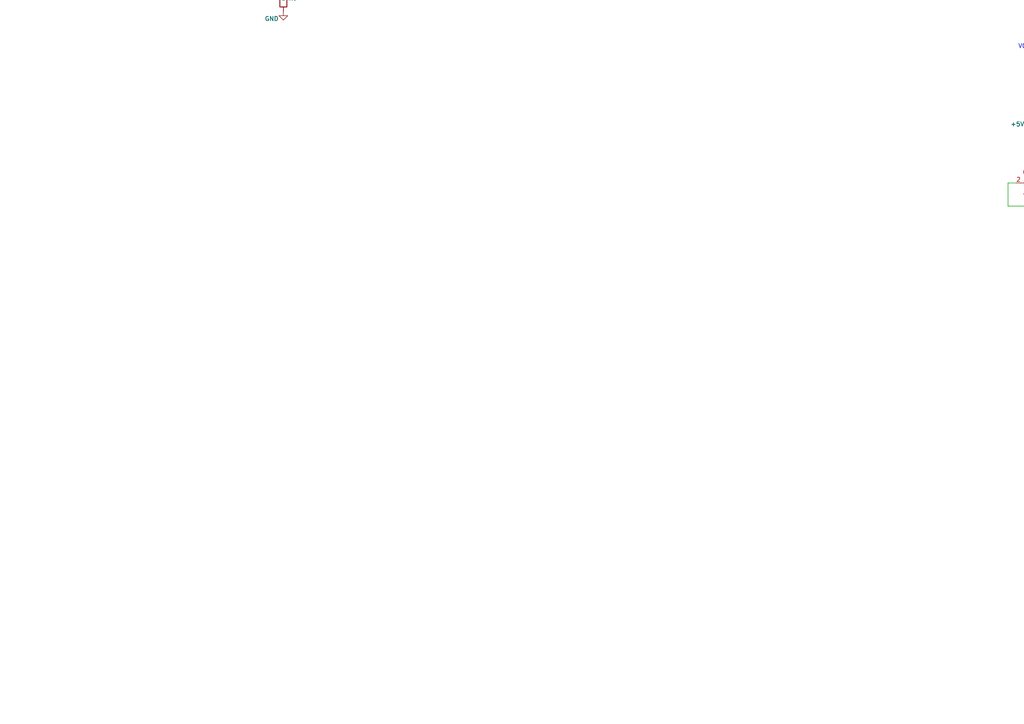
<source format=kicad_sch>
(kicad_sch (version 20211123) (generator eeschema)
  (paper "A4")
  (lib_symbols
    (symbol "Amplifier_Operational:LM358" (pin_names (offset 0.127))
      (property "Reference" "U" (at 0 5.08 0))
      (property "Value" "LM358" (at 0 -5.08 0))
      (symbol "LM358_1_1"
        (polyline (pts (xy -5.08 5.08) (xy 5.08 0) (xy -5.08 -5.08) (xy -5.08 5.08)) (stroke (width 0.254)) (fill (type background)))
        (pin output line (at 7.62 0 180) (length 2.54) (name "~") (number "1"))
        (pin input line (at -7.62 -2.54 0) (length 2.54) (name "-") (number "2"))
        (pin input line (at -7.62 2.54 0) (length 2.54) (name "+") (number "3"))
      )
      (symbol "LM358_2_1"
        (polyline (pts (xy -5.08 5.08) (xy 5.08 0) (xy -5.08 -5.08) (xy -5.08 5.08)) (stroke (width 0.254)) (fill (type background)))
        (pin input line (at -7.62 2.54 0) (length 2.54) (name "+") (number "5"))
        (pin input line (at -7.62 -2.54 0) (length 2.54) (name "-") (number "6"))
        (pin output line (at 7.62 0 180) (length 2.54) (name "~") (number "7"))
      )
      (symbol "LM358_3_1"
        (pin power_in line (at -2.54 -7.62 90) (length 3.81) (name "V-") (number "4"))
        (pin power_in line (at -2.54 7.62 270) (length 3.81) (name "V+") (number "8"))
      )
    )
    (symbol "Amplifier_Operational:OPA365xxD" (pin_names (offset 0.127))
      (property "Reference" "U" (at 0 6.35 0))
      (property "Value" "OPA365xxD" (at 0 3.81 0))
      (symbol "OPA365xxD_0_1"
        (polyline (pts (xy -5.08 5.08) (xy 5.08 0) (xy -5.08 -5.08) (xy -5.08 5.08)) (stroke (width 0.254)) (fill (type background)))
      )
      (symbol "OPA365xxD_1_1"
        (pin no_connect line (at -2.54 2.54 270) (length 2.54) hide (name "NC") (number "1"))
        (pin input line (at -7.62 -2.54 0) (length 2.54) (name "-") (number "2"))
        (pin input line (at -7.62 2.54 0) (length 2.54) (name "+") (number "3"))
        (pin power_in line (at -2.54 -7.62 90) (length 3.81) (name "V-") (number "4"))
        (pin no_connect line (at 0 2.54 270) (length 2.54) hide (name "NC") (number "5"))
        (pin output line (at 7.62 0 180) (length 2.54) (name "~") (number "6"))
        (pin power_in line (at -2.54 7.62 270) (length 3.81) (name "V+") (number "7"))
        (pin no_connect line (at 0 -2.54 90) (length 2.54) hide (name "NC") (number "8"))
      )
    )
    (symbol "Connector:Conn_01x04_Male" (pin_names (offset 1.016) hide)
      (property "Reference" "J" (at 0 5.08 0))
      (property "Value" "Conn_01x04_Male" (at 0 -7.62 0))
      (symbol "Conn_01x04_Male_1_1"
        (polyline (pts (xy 1.27 -5.08) (xy 0.8636 -5.08)) (stroke (width 0.1524)))
        (polyline (pts (xy 1.27 -2.54) (xy 0.8636 -2.54)) (stroke (width 0.1524)))
        (polyline (pts (xy 1.27 0) (xy 0.8636 0)) (stroke (width 0.1524)))
        (polyline (pts (xy 1.27 2.54) (xy 0.8636 2.54)) (stroke (width 0.1524)))
        (rectangle (start 0.8636 -4.953) (end 0 -5.207) (stroke (width 0.1524)) (fill (type outline)))
        (rectangle (start 0.8636 -2.413) (end 0 -2.667) (stroke (width 0.1524)) (fill (type outline)))
        (rectangle (start 0.8636 0.127) (end 0 -0.127) (stroke (width 0.1524)) (fill (type outline)))
        (rectangle (start 0.8636 2.667) (end 0 2.413) (stroke (width 0.1524)) (fill (type outline)))
        (pin passive line (at 5.08 2.54 180) (length 3.81) (name "Pin_1") (number "1"))
        (pin passive line (at 5.08 0 180) (length 3.81) (name "Pin_2") (number "2"))
        (pin passive line (at 5.08 -2.54 180) (length 3.81) (name "Pin_3") (number "3"))
        (pin passive line (at 5.08 -5.08 180) (length 3.81) (name "Pin_4") (number "4"))
      )
    )
    (symbol "Connector:Conn_01x08_Male" (pin_names (offset 1.016) hide)
      (property "Reference" "J" (at 0 10.16 0))
      (property "Value" "Conn_01x08_Male" (at 0 -12.7 0))
      (symbol "Conn_01x08_Male_1_1"
        (polyline (pts (xy 1.27 -10.16) (xy 0.8636 -10.16)) (stroke (width 0.1524)))
        (polyline (pts (xy 1.27 -7.62) (xy 0.8636 -7.62)) (stroke (width 0.1524)))
        (polyline (pts (xy 1.27 -5.08) (xy 0.8636 -5.08)) (stroke (width 0.1524)))
        (polyline (pts (xy 1.27 -2.54) (xy 0.8636 -2.54)) (stroke (width 0.1524)))
        (polyline (pts (xy 1.27 0) (xy 0.8636 0)) (stroke (width 0.1524)))
        (polyline (pts (xy 1.27 2.54) (xy 0.8636 2.54)) (stroke (width 0.1524)))
        (polyline (pts (xy 1.27 5.08) (xy 0.8636 5.08)) (stroke (width 0.1524)))
        (polyline (pts (xy 1.27 7.62) (xy 0.8636 7.62)) (stroke (width 0.1524)))
        (rectangle (start 0.8636 -10.033) (end 0 -10.287) (stroke (width 0.1524)) (fill (type outline)))
        (rectangle (start 0.8636 -7.493) (end 0 -7.747) (stroke (width 0.1524)) (fill (type outline)))
        (rectangle (start 0.8636 -4.953) (end 0 -5.207) (stroke (width 0.1524)) (fill (type outline)))
        (rectangle (start 0.8636 -2.413) (end 0 -2.667) (stroke (width 0.1524)) (fill (type outline)))
        (rectangle (start 0.8636 0.127) (end 0 -0.127) (stroke (width 0.1524)) (fill (type outline)))
        (rectangle (start 0.8636 2.667) (end 0 2.413) (stroke (width 0.1524)) (fill (type outline)))
        (rectangle (start 0.8636 5.207) (end 0 4.953) (stroke (width 0.1524)) (fill (type outline)))
        (rectangle (start 0.8636 7.747) (end 0 7.493) (stroke (width 0.1524)) (fill (type outline)))
        (pin passive line (at 5.08 7.62 180) (length 3.81) (name "Pin_1") (number "1"))
        (pin passive line (at 5.08 5.08 180) (length 3.81) (name "Pin_2") (number "2"))
        (pin passive line (at 5.08 2.54 180) (length 3.81) (name "Pin_3") (number "3"))
        (pin passive line (at 5.08 0 180) (length 3.81) (name "Pin_4") (number "4"))
        (pin passive line (at 5.08 -2.54 180) (length 3.81) (name "Pin_5") (number "5"))
        (pin passive line (at 5.08 -5.08 180) (length 3.81) (name "Pin_6") (number "6"))
        (pin passive line (at 5.08 -7.62 180) (length 3.81) (name "Pin_7") (number "7"))
        (pin passive line (at 5.08 -10.16 180) (length 3.81) (name "Pin_8") (number "8"))
      )
    )
    (symbol "Connector:Conn_01x12_Male" (pin_names (offset 1.016) hide)
      (property "Reference" "J" (at 0 15.24 0))
      (property "Value" "Conn_01x12_Male" (at 0 -17.78 0))
      (symbol "Conn_01x12_Male_1_1"
        (polyline (pts (xy 1.27 -15.24) (xy 0.8636 -15.24)) (stroke (width 0.1524)))
        (polyline (pts (xy 1.27 -12.7) (xy 0.8636 -12.7)) (stroke (width 0.1524)))
        (polyline (pts (xy 1.27 -10.16) (xy 0.8636 -10.16)) (stroke (width 0.1524)))
        (polyline (pts (xy 1.27 -7.62) (xy 0.8636 -7.62)) (stroke (width 0.1524)))
        (polyline (pts (xy 1.27 -5.08) (xy 0.8636 -5.08)) (stroke (width 0.1524)))
        (polyline (pts (xy 1.27 -2.54) (xy 0.8636 -2.54)) (stroke (width 0.1524)))
        (polyline (pts (xy 1.27 0) (xy 0.8636 0)) (stroke (width 0.1524)))
        (polyline (pts (xy 1.27 2.54) (xy 0.8636 2.54)) (stroke (width 0.1524)))
        (polyline (pts (xy 1.27 5.08) (xy 0.8636 5.08)) (stroke (width 0.1524)))
        (polyline (pts (xy 1.27 7.62) (xy 0.8636 7.62)) (stroke (width 0.1524)))
        (polyline (pts (xy 1.27 10.16) (xy 0.8636 10.16)) (stroke (width 0.1524)))
        (polyline (pts (xy 1.27 12.7) (xy 0.8636 12.7)) (stroke (width 0.1524)))
        (rectangle (start 0.8636 -15.113) (end 0 -15.367) (stroke (width 0.1524)) (fill (type outline)))
        (rectangle (start 0.8636 -12.573) (end 0 -12.827) (stroke (width 0.1524)) (fill (type outline)))
        (rectangle (start 0.8636 -10.033) (end 0 -10.287) (stroke (width 0.1524)) (fill (type outline)))
        (rectangle (start 0.8636 -7.493) (end 0 -7.747) (stroke (width 0.1524)) (fill (type outline)))
        (rectangle (start 0.8636 -4.953) (end 0 -5.207) (stroke (width 0.1524)) (fill (type outline)))
        (rectangle (start 0.8636 -2.413) (end 0 -2.667) (stroke (width 0.1524)) (fill (type outline)))
        (rectangle (start 0.8636 0.127) (end 0 -0.127) (stroke (width 0.1524)) (fill (type outline)))
        (rectangle (start 0.8636 2.667) (end 0 2.413) (stroke (width 0.1524)) (fill (type outline)))
        (rectangle (start 0.8636 5.207) (end 0 4.953) (stroke (width 0.1524)) (fill (type outline)))
        (rectangle (start 0.8636 7.747) (end 0 7.493) (stroke (width 0.1524)) (fill (type outline)))
        (rectangle (start 0.8636 10.287) (end 0 10.033) (stroke (width 0.1524)) (fill (type outline)))
        (rectangle (start 0.8636 12.827) (end 0 12.573) (stroke (width 0.1524)) (fill (type outline)))
        (pin passive line (at 5.08 12.7 180) (length 3.81) (name "Pin_1") (number "1"))
        (pin passive line (at 5.08 -10.16 180) (length 3.81) (name "Pin_10") (number "10"))
        (pin passive line (at 5.08 -12.7 180) (length 3.81) (name "Pin_11") (number "11"))
        (pin passive line (at 5.08 -15.24 180) (length 3.81) (name "Pin_12") (number "12"))
        (pin passive line (at 5.08 10.16 180) (length 3.81) (name "Pin_2") (number "2"))
        (pin passive line (at 5.08 7.62 180) (length 3.81) (name "Pin_3") (number "3"))
        (pin passive line (at 5.08 5.08 180) (length 3.81) (name "Pin_4") (number "4"))
        (pin passive line (at 5.08 2.54 180) (length 3.81) (name "Pin_5") (number "5"))
        (pin passive line (at 5.08 0 180) (length 3.81) (name "Pin_6") (number "6"))
        (pin passive line (at 5.08 -2.54 180) (length 3.81) (name "Pin_7") (number "7"))
        (pin passive line (at 5.08 -5.08 180) (length 3.81) (name "Pin_8") (number "8"))
        (pin passive line (at 5.08 -7.62 180) (length 3.81) (name "Pin_9") (number "9"))
      )
    )
    (symbol "Connector:Screw_Terminal_01x02" (pin_names (offset 1.016) hide)
      (property "Reference" "J" (at 0 2.54 0))
      (property "Value" "Screw_Terminal_01x02" (at 0 -5.08 0))
      (symbol "Screw_Terminal_01x02_1_1"
        (rectangle (start -1.27 1.27) (end 1.27 -3.81) (stroke (width 0.254)) (fill (type background)))
        (circle (center 0 -2.54) (radius 0.635) (stroke (width 0.1524)))
        (polyline (pts (xy -0.5334 -2.2098) (xy 0.3302 -3.048)) (stroke (width 0.1524)))
        (polyline (pts (xy -0.5334 0.3302) (xy 0.3302 -0.508)) (stroke (width 0.1524)))
        (polyline (pts (xy -0.3556 -2.032) (xy 0.508 -2.8702)) (stroke (width 0.1524)))
        (polyline (pts (xy -0.3556 0.508) (xy 0.508 -0.3302)) (stroke (width 0.1524)))
        (circle (center 0 0) (radius 0.635) (stroke (width 0.1524)))
        (pin passive line (at -5.08 0 0) (length 3.81) (name "Pin_1") (number "1"))
        (pin passive line (at -5.08 -2.54 0) (length 3.81) (name "Pin_2") (number "2"))
      )
    )
    (symbol "Connector:Screw_Terminal_01x04" (pin_names (offset 1.016) hide)
      (property "Reference" "J" (at 0 5.08 0))
      (property "Value" "Screw_Terminal_01x04" (at 0 -7.62 0))
      (symbol "Screw_Terminal_01x04_1_1"
        (rectangle (start -1.27 3.81) (end 1.27 -6.35) (stroke (width 0.254)) (fill (type background)))
        (circle (center 0 -5.08) (radius 0.635) (stroke (width 0.1524)))
        (circle (center 0 -2.54) (radius 0.635) (stroke (width 0.1524)))
        (polyline (pts (xy -0.5334 -4.7498) (xy 0.3302 -5.588)) (stroke (width 0.1524)))
        (polyline (pts (xy -0.5334 -2.2098) (xy 0.3302 -3.048)) (stroke (width 0.1524)))
        (polyline (pts (xy -0.5334 0.3302) (xy 0.3302 -0.508)) (stroke (width 0.1524)))
        (polyline (pts (xy -0.5334 2.8702) (xy 0.3302 2.032)) (stroke (width 0.1524)))
        (polyline (pts (xy -0.3556 -4.572) (xy 0.508 -5.4102)) (stroke (width 0.1524)))
        (polyline (pts (xy -0.3556 -2.032) (xy 0.508 -2.8702)) (stroke (width 0.1524)))
        (polyline (pts (xy -0.3556 0.508) (xy 0.508 -0.3302)) (stroke (width 0.1524)))
        (polyline (pts (xy -0.3556 3.048) (xy 0.508 2.2098)) (stroke (width 0.1524)))
        (circle (center 0 0) (radius 0.635) (stroke (width 0.1524)))
        (circle (center 0 2.54) (radius 0.635) (stroke (width 0.1524)))
        (pin passive line (at -5.08 2.54 0) (length 3.81) (name "Pin_1") (number "1"))
        (pin passive line (at -5.08 0 0) (length 3.81) (name "Pin_2") (number "2"))
        (pin passive line (at -5.08 -2.54 0) (length 3.81) (name "Pin_3") (number "3"))
        (pin passive line (at -5.08 -5.08 0) (length 3.81) (name "Pin_4") (number "4"))
      )
    )
    (symbol "Connector:Screw_Terminal_01x05" (pin_names (offset 1.016) hide)
      (property "Reference" "J" (at 0 7.62 0))
      (property "Value" "Screw_Terminal_01x05" (at 0 -7.62 0))
      (symbol "Screw_Terminal_01x05_1_1"
        (rectangle (start -1.27 6.35) (end 1.27 -6.35) (stroke (width 0.254)) (fill (type background)))
        (circle (center 0 -5.08) (radius 0.635) (stroke (width 0.1524)))
        (circle (center 0 -2.54) (radius 0.635) (stroke (width 0.1524)))
        (polyline (pts (xy -0.5334 -4.7498) (xy 0.3302 -5.588)) (stroke (width 0.1524)))
        (polyline (pts (xy -0.5334 -2.2098) (xy 0.3302 -3.048)) (stroke (width 0.1524)))
        (polyline (pts (xy -0.5334 0.3302) (xy 0.3302 -0.508)) (stroke (width 0.1524)))
        (polyline (pts (xy -0.5334 2.8702) (xy 0.3302 2.032)) (stroke (width 0.1524)))
        (polyline (pts (xy -0.5334 5.4102) (xy 0.3302 4.572)) (stroke (width 0.1524)))
        (polyline (pts (xy -0.3556 -4.572) (xy 0.508 -5.4102)) (stroke (width 0.1524)))
        (polyline (pts (xy -0.3556 -2.032) (xy 0.508 -2.8702)) (stroke (width 0.1524)))
        (polyline (pts (xy -0.3556 0.508) (xy 0.508 -0.3302)) (stroke (width 0.1524)))
        (polyline (pts (xy -0.3556 3.048) (xy 0.508 2.2098)) (stroke (width 0.1524)))
        (polyline (pts (xy -0.3556 5.588) (xy 0.508 4.7498)) (stroke (width 0.1524)))
        (circle (center 0 0) (radius 0.635) (stroke (width 0.1524)))
        (circle (center 0 2.54) (radius 0.635) (stroke (width 0.1524)))
        (circle (center 0 5.08) (radius 0.635) (stroke (width 0.1524)))
        (pin passive line (at -5.08 5.08 0) (length 3.81) (name "Pin_1") (number "1"))
        (pin passive line (at -5.08 2.54 0) (length 3.81) (name "Pin_2") (number "2"))
        (pin passive line (at -5.08 0 0) (length 3.81) (name "Pin_3") (number "3"))
        (pin passive line (at -5.08 -2.54 0) (length 3.81) (name "Pin_4") (number "4"))
        (pin passive line (at -5.08 -5.08 0) (length 3.81) (name "Pin_5") (number "5"))
      )
    )
    (symbol "Connector:Screw_Terminal_01x09" (pin_names (offset 1.016) hide)
      (property "Reference" "J" (at 0 12.7 0))
      (property "Value" "Screw_Terminal_01x09" (at 0 -12.7 0))
      (symbol "Screw_Terminal_01x09_1_1"
        (rectangle (start -1.27 11.43) (end 1.27 -11.43) (stroke (width 0.254)) (fill (type background)))
        (circle (center 0 -10.16) (radius 0.635) (stroke (width 0.1524)))
        (circle (center 0 -7.62) (radius 0.635) (stroke (width 0.1524)))
        (circle (center 0 -5.08) (radius 0.635) (stroke (width 0.1524)))
        (circle (center 0 -2.54) (radius 0.635) (stroke (width 0.1524)))
        (polyline (pts (xy -0.5334 -9.8298) (xy 0.3302 -10.668)) (stroke (width 0.1524)))
        (polyline (pts (xy -0.5334 -7.2898) (xy 0.3302 -8.128)) (stroke (width 0.1524)))
        (polyline (pts (xy -0.5334 -4.7498) (xy 0.3302 -5.588)) (stroke (width 0.1524)))
        (polyline (pts (xy -0.5334 -2.2098) (xy 0.3302 -3.048)) (stroke (width 0.1524)))
        (polyline (pts (xy -0.5334 0.3302) (xy 0.3302 -0.508)) (stroke (width 0.1524)))
        (polyline (pts (xy -0.5334 2.8702) (xy 0.3302 2.032)) (stroke (width 0.1524)))
        (polyline (pts (xy -0.5334 5.4102) (xy 0.3302 4.572)) (stroke (width 0.1524)))
        (polyline (pts (xy -0.5334 7.9502) (xy 0.3302 7.112)) (stroke (width 0.1524)))
        (polyline (pts (xy -0.5334 10.4902) (xy 0.3302 9.652)) (stroke (width 0.1524)))
        (polyline (pts (xy -0.3556 -9.652) (xy 0.508 -10.4902)) (stroke (width 0.1524)))
        (polyline (pts (xy -0.3556 -7.112) (xy 0.508 -7.9502)) (stroke (width 0.1524)))
        (polyline (pts (xy -0.3556 -4.572) (xy 0.508 -5.4102)) (stroke (width 0.1524)))
        (polyline (pts (xy -0.3556 -2.032) (xy 0.508 -2.8702)) (stroke (width 0.1524)))
        (polyline (pts (xy -0.3556 0.508) (xy 0.508 -0.3302)) (stroke (width 0.1524)))
        (polyline (pts (xy -0.3556 3.048) (xy 0.508 2.2098)) (stroke (width 0.1524)))
        (polyline (pts (xy -0.3556 5.588) (xy 0.508 4.7498)) (stroke (width 0.1524)))
        (polyline (pts (xy -0.3556 8.128) (xy 0.508 7.2898)) (stroke (width 0.1524)))
        (polyline (pts (xy -0.3556 10.668) (xy 0.508 9.8298)) (stroke (width 0.1524)))
        (circle (center 0 0) (radius 0.635) (stroke (width 0.1524)))
        (circle (center 0 2.54) (radius 0.635) (stroke (width 0.1524)))
        (circle (center 0 5.08) (radius 0.635) (stroke (width 0.1524)))
        (circle (center 0 7.62) (radius 0.635) (stroke (width 0.1524)))
        (circle (center 0 10.16) (radius 0.635) (stroke (width 0.1524)))
        (pin passive line (at -5.08 10.16 0) (length 3.81) (name "Pin_1") (number "1"))
        (pin passive line (at -5.08 7.62 0) (length 3.81) (name "Pin_2") (number "2"))
        (pin passive line (at -5.08 5.08 0) (length 3.81) (name "Pin_3") (number "3"))
        (pin passive line (at -5.08 2.54 0) (length 3.81) (name "Pin_4") (number "4"))
        (pin passive line (at -5.08 0 0) (length 3.81) (name "Pin_5") (number "5"))
        (pin passive line (at -5.08 -2.54 0) (length 3.81) (name "Pin_6") (number "6"))
        (pin passive line (at -5.08 -5.08 0) (length 3.81) (name "Pin_7") (number "7"))
        (pin passive line (at -5.08 -7.62 0) (length 3.81) (name "Pin_8") (number "8"))
        (pin passive line (at -5.08 -10.16 0) (length 3.81) (name "Pin_9") (number "9"))
      )
    )
    (symbol "Device:C" (pin_numbers hide) (pin_names (offset 0.254))
      (property "Reference" "C" (at 0.635 2.54 0))
      (property "Value" "C" (at 0.635 -2.54 0))
      (symbol "C_0_1"
        (polyline (pts (xy -2.032 -0.762) (xy 2.032 -0.762)) (stroke (width 0.508)))
        (polyline (pts (xy -2.032 0.762) (xy 2.032 0.762)) (stroke (width 0.508)))
      )
      (symbol "C_1_1"
        (pin passive line (at 0 3.81 270) (length 2.794) (name "~") (number "1"))
        (pin passive line (at 0 -3.81 90) (length 2.794) (name "~") (number "2"))
      )
    )
    (symbol "Device:R" (pin_numbers hide) (pin_names (offset 0))
      (property "Reference" "R" (at 2.032 0 90))
      (property "Value" "R" (at 0 0 90))
      (symbol "R_0_1"
        (rectangle (start -1.016 -2.54) (end 1.016 2.54) (stroke (width 0.254)))
      )
      (symbol "R_1_1"
        (pin passive line (at 0 3.81 270) (length 1.27) (name "~") (number "1"))
        (pin passive line (at 0 -3.81 90) (length 1.27) (name "~") (number "2"))
      )
    )
    (symbol "Device:R_Potentiometer_Trim" (pin_names (offset 1.016) hide)
      (property "Reference" "RV" (at -4.445 0 90))
      (property "Value" "R_Potentiometer_Trim" (at -2.54 0 90))
      (symbol "R_Potentiometer_Trim_0_1"
        (polyline (pts (xy 1.524 0.762) (xy 1.524 -0.762)))
        (polyline (pts (xy 2.54 0) (xy 1.524 0)))
        (rectangle (start 1.016 2.54) (end -1.016 -2.54) (stroke (width 0.254)))
      )
      (symbol "R_Potentiometer_Trim_1_1"
        (pin passive line (at 0 3.81 270) (length 1.27) (name "1") (number "1"))
        (pin passive line (at 3.81 0 180) (length 1.27) (name "2") (number "2"))
        (pin passive line (at 0 -3.81 90) (length 1.27) (name "3") (number "3"))
      )
    )
    (symbol "Diode:1N4148" (pin_numbers hide) (pin_names (offset 1.016) hide)
      (property "Reference" "D" (at 0 2.54 0))
      (property "Value" "1N4148" (at 0 -2.54 0))
      (symbol "1N4148_0_1"
        (polyline (pts (xy -1.27 1.27) (xy -1.27 -1.27)) (stroke (width 0.254)))
        (polyline (pts (xy 1.27 0) (xy -1.27 0)))
        (polyline (pts (xy 1.27 1.27) (xy 1.27 -1.27) (xy -1.27 0) (xy 1.27 1.27)) (stroke (width 0.254)))
      )
      (symbol "1N4148_1_1"
        (pin passive line (at -3.81 0 0) (length 2.54) (name "K") (number "1"))
        (pin passive line (at 3.81 0 180) (length 2.54) (name "A") (number "2"))
      )
    )
    (symbol "Diode:BAT54S" (pin_names (offset 1.016))
      (property "Reference" "D" (at 0.635 -3.81 0))
      (property "Value" "BAT54S" (at -6.35 3.175 0))
      (symbol "BAT54S_0_1"
        (polyline (pts (xy -3.81 0) (xy -1.27 0)))
        (polyline (pts (xy -3.175 -1.27) (xy -3.175 -1.016)))
        (polyline (pts (xy -2.54 -1.27) (xy -3.175 -1.27)))
        (polyline (pts (xy -2.54 -1.27) (xy -2.54 1.27)))
        (polyline (pts (xy -2.54 1.27) (xy -1.905 1.27)))
        (polyline (pts (xy -1.905 0) (xy 1.905 0)))
        (polyline (pts (xy -1.905 1.27) (xy -1.905 1.016)))
        (polyline (pts (xy 1.27 0) (xy 3.81 0)))
        (polyline (pts (xy 3.175 -1.27) (xy 3.175 -1.016)))
        (polyline (pts (xy 3.81 -1.27) (xy 3.175 -1.27)))
        (polyline (pts (xy 3.81 -1.27) (xy 3.81 1.27)))
        (polyline (pts (xy 3.81 1.27) (xy 4.445 1.27)))
        (polyline (pts (xy 4.445 1.27) (xy 4.445 1.016)))
        (polyline (pts (xy -4.445 1.27) (xy -4.445 -1.27) (xy -2.54 0) (xy -4.445 1.27)))
        (polyline (pts (xy 1.905 1.27) (xy 1.905 -1.27) (xy 3.81 0) (xy 1.905 1.27)))
        (circle (center 0 0) (radius 0.254) (fill (type outline)))
      )
      (symbol "BAT54S_1_1"
        (pin passive line (at -7.62 0 0) (length 3.81) (name "~") (number "1"))
        (pin passive line (at 7.62 0 180) (length 3.81) (name "~") (number "2"))
        (pin passive line (at 0 -5.08 90) (length 5.08) (name "~") (number "3"))
      )
    )
    (symbol "Driver_Motor:Pololu_Breakout_A4988"
      (property "Reference" "A" (at -2.54 19.05 0))
      (property "Value" "Pololu_Breakout_A4988" (at -2.54 16.51 0))
      (symbol "Pololu_Breakout_A4988_0_1"
        (rectangle (start 10.16 -17.78) (end -7.62 15.24) (stroke (width 0.254)) (fill (type background)))
      )
      (symbol "Pololu_Breakout_A4988_1_1"
        (pin power_in line (at 0 -20.32 90) (length 2.54) (name "GND") (number "1"))
        (pin input line (at -10.16 -7.62 0) (length 2.54) (name "MS1") (number "10"))
        (pin input line (at -10.16 -10.16 0) (length 2.54) (name "MS2") (number "11"))
        (pin input line (at -10.16 -12.7 0) (length 2.54) (name "MS3") (number "12"))
        (pin input line (at -10.16 10.16 0) (length 2.54) (name "~{RESET}") (number "13"))
        (pin input line (at -10.16 7.62 0) (length 2.54) (name "~{SLEEP}") (number "14"))
        (pin input line (at -10.16 0 0) (length 2.54) (name "STEP") (number "15"))
        (pin input line (at -10.16 -2.54 0) (length 2.54) (name "DIR") (number "16"))
        (pin power_in line (at 0 17.78 270) (length 2.54) (name "VDD") (number "2"))
        (pin output line (at 12.7 2.54 180) (length 2.54) (name "1B") (number "3"))
        (pin output line (at 12.7 0 180) (length 2.54) (name "1A") (number "4"))
        (pin output line (at 12.7 -2.54 180) (length 2.54) (name "2A") (number "5"))
        (pin output line (at 12.7 -5.08 180) (length 2.54) (name "2B") (number "6"))
        (pin power_in line (at 5.08 -20.32 90) (length 2.54) (name "GND") (number "7"))
        (pin power_in line (at 5.08 17.78 270) (length 2.54) (name "VMOT") (number "8"))
        (pin input line (at -10.16 2.54 0) (length 2.54) (name "~{ENABLE}") (number "9"))
      )
    )
    (symbol "Isolator:4N25" (pin_names (offset 1.016))
      (property "Reference" "U" (at -5.08 5.08 0))
      (property "Value" "4N25" (at 0 5.08 0))
      (symbol "4N25_0_1"
        (rectangle (start -5.08 3.81) (end 5.08 -3.81) (stroke (width 0.254)) (fill (type background)))
        (polyline (pts (xy -3.81 -0.635) (xy -2.54 -0.635)) (stroke (width 0.254)))
        (polyline (pts (xy 2.667 -1.397) (xy 3.81 -2.54)))
        (polyline (pts (xy 2.667 -1.143) (xy 3.81 0)))
        (polyline (pts (xy 3.81 -2.54) (xy 5.08 -2.54)))
        (polyline (pts (xy 3.81 0) (xy 5.08 0)))
        (polyline (pts (xy 2.667 -0.254) (xy 2.667 -2.286) (xy 2.667 -2.286)) (stroke (width 0.3556)))
        (polyline (pts (xy -5.08 -2.54) (xy -3.175 -2.54) (xy -3.175 2.54) (xy -5.08 2.54)))
        (polyline (pts (xy -3.175 -0.635) (xy -3.81 0.635) (xy -2.54 0.635) (xy -3.175 -0.635)) (stroke (width 0.254)))
        (polyline (pts (xy 3.683 -2.413) (xy 3.429 -1.905) (xy 3.175 -2.159) (xy 3.683 -2.413)))
        (polyline (pts (xy 5.08 2.54) (xy 1.905 2.54) (xy 1.905 -1.27) (xy 2.54 -1.27)))
        (polyline (pts (xy -0.635 -0.508) (xy 0.635 -0.508) (xy 0.254 -0.635) (xy 0.254 -0.381) (xy 0.635 -0.508)))
        (polyline (pts (xy -0.635 0.508) (xy 0.635 0.508) (xy 0.254 0.381) (xy 0.254 0.635) (xy 0.635 0.508)))
      )
      (symbol "4N25_1_1"
        (pin passive line (at -7.62 2.54 0) (length 2.54) (name "~") (number "1"))
        (pin passive line (at -7.62 -2.54 0) (length 2.54) (name "~") (number "2"))
        (pin no_connect line (at -5.08 0 0) (length 2.54) hide (name "NC") (number "3"))
        (pin passive line (at 7.62 -2.54 180) (length 2.54) (name "~") (number "4"))
        (pin passive line (at 7.62 0 180) (length 2.54) (name "~") (number "5"))
        (pin passive line (at 7.62 2.54 180) (length 2.54) (name "~") (number "6"))
      )
    )
    (symbol "Jumper:Jumper_3_Open" (pin_names (offset 0) hide)
      (property "Reference" "JP" (at -2.54 -2.54 0))
      (property "Value" "Jumper_3_Open" (at 0 2.794 0))
      (symbol "Jumper_3_Open_0_0"
        (circle (center -3.302 0) (radius 0.508))
        (circle (center 0 0) (radius 0.508))
        (circle (center 3.302 0) (radius 0.508))
      )
      (symbol "Jumper_3_Open_0_1"
        (arc (start -0.254 1.016) (mid -1.651 1.4992) (end -3.048 1.016))
        (polyline (pts (xy 0 -0.508) (xy 0 -1.27)))
        (arc (start 3.048 1.016) (mid 1.651 1.4992) (end 0.254 1.016))
      )
      (symbol "Jumper_3_Open_1_1"
        (pin passive line (at -6.35 0 0) (length 2.54) (name "A") (number "1"))
        (pin passive line (at 0 -3.81 90) (length 2.54) (name "C") (number "2"))
        (pin passive line (at 6.35 0 180) (length 2.54) (name "B") (number "3"))
      )
    )
    (symbol "power:+12V" (power) (pin_names (offset 0))
      (property "Value" "+12V" (at 0 3.556 0))
      (symbol "+12V_0_1"
        (polyline (pts (xy -0.762 1.27) (xy 0 2.54)))
        (polyline (pts (xy 0 0) (xy 0 2.54)))
        (polyline (pts (xy 0 2.54) (xy 0.762 1.27)))
      )
      (symbol "+12V_1_1"
        (pin power_in line (at 0 0 90) (length 0) hide (name "+12V") (number "1"))
      )
    )
    (symbol "power:+3V3" (power) (pin_names (offset 0))
      (property "Value" "+3V3" (at 0 3.556 0))
      (symbol "+3V3_0_1"
        (polyline (pts (xy -0.762 1.27) (xy 0 2.54)))
        (polyline (pts (xy 0 0) (xy 0 2.54)))
        (polyline (pts (xy 0 2.54) (xy 0.762 1.27)))
      )
      (symbol "+3V3_1_1"
        (pin power_in line (at 0 0 90) (length 0) hide (name "+3V3") (number "1"))
      )
    )
    (symbol "power:+5V" (power) (pin_names (offset 0))
      (property "Value" "+5V" (at 0 3.556 0))
      (symbol "+5V_0_1"
        (polyline (pts (xy -0.762 1.27) (xy 0 2.54)))
        (polyline (pts (xy 0 0) (xy 0 2.54)))
        (polyline (pts (xy 0 2.54) (xy 0.762 1.27)))
      )
      (symbol "+5V_1_1"
        (pin power_in line (at 0 0 90) (length 0) hide (name "+5V") (number "1"))
      )
    )
    (symbol "power:GND" (power) (pin_names (offset 0))
      (property "Value" "GND" (at 0 -3.81 0))
      (symbol "GND_0_1"
        (polyline (pts (xy 0 0) (xy 0 -1.27) (xy 1.27 -1.27) (xy 0 -2.54) (xy -1.27 -1.27) (xy 0 -1.27)))
      )
      (symbol "GND_1_1"
        (pin power_in line (at 0 0 270) (length 0) hide (name "GND") (number "1"))
      )
    )
  )
  (junction (at 78.4561 -22.0922))
  (junction (at 28.6595 -24.6266))
  (junction (at 78.4561 -22.0962))
  (junction (at 298.5801 47.2337))
  (junction (at 298.5801 59.7795))
  (junction (at 43.0582 -24.6266))
  (junction (at 105.1676 -19.5633))
  (junction (at 410.6384 111.5445))
  (junction (at 65.7621 -37.8074))
  (junction (at 410.6384 111.5808))
  (junction (at 410.6252 111.5445))
  (junction (at 317.2289 109.3052))
  (junction (at 105.099 -19.5562))
  (junction (at 82.1281 -7.264))
  (junction (at 317.2697 123.1599))
  (junction (at 339.4865 114.3852))
  (junction (at 410.6252 126.7368))
  (junction (at 65.7621 -22.0866))
  (junction (at 28.5989 -24.6266))
  (junction (at 317.2289 123.1599))
  (junction (at 339.4865 114.3548))
  (junction (at 82.1838 -7.264))
  (junction (at 105.1676 -19.5562))
  (junction (at 65.7621 -22.0922))
  (wire (pts (xy 298.5801 59.7795) (xy 298.5801 61.3068)))
  (wire (pts (xy 402.4416 111.5808) (xy 410.6384 111.5808)))
  (wire (pts (xy -45.7484 54.5954) (xy -53.8503 54.5954)))
  (wire (pts (xy 11.8319 -24.6266) (xy 16.2104 -24.6266)))
  (wire (pts (xy 78.4561 -22.0962) (xy 78.4561 -22.0922)))
  (wire (pts (xy 406.0795 116.6608) (xy 406.0795 126.7368)))
  (polyline (pts (xy 81.4774 224.7578) (xy 186.4033 224.7578)))
  (wire (pts (xy 311.7256 55.6475) (xy 334.563 55.6475)))
  (wire (pts (xy 320.3163 114.3852) (xy 320.3163 123.1599)))
  (wire (pts (xy 317.2289 112.2001) (xy 317.2289 109.3052)))
  (wire (pts (xy 82.1838 -7.264) (xy 87.3068 -7.264)))
  (wire (pts (xy -53.8503 52.0554) (xy -45.7484 52.0554)))
  (wire (pts (xy -55.3987 69.8354) (xy -45.7484 69.8354)))
  (wire (pts (xy 292.3682 59.7795) (xy 298.5801 59.7795)))
  (wire (pts (xy 82.1281 -7.264) (xy 82.1838 -7.264)))
  (wire (pts (xy 82.1838 -4.3407) (xy 82.1838 -7.264)))
  (wire (pts (xy 309.881 27.8225) (xy 309.881 33.1807)))
  (wire (pts (xy 94.9268 -7.264) (xy 105.1676 -7.264)))
  (wire (pts (xy 427.9556 111.5445) (xy 423.2746 111.5445)))
  (wire (pts (xy 292.3682 53.0716) (xy 292.3682 59.7795)))
  (wire (pts (xy 78.4561 -18.7633) (xy 78.4561 -22.0922)))
  (wire (pts (xy 65.7621 -42.6506) (xy 65.7621 -37.8074)))
  (wire (pts (xy 65.7621 -22.0922) (xy 65.7621 -22.0866)))
  (wire (pts (xy 94.8806 321.8329) (xy 114.6159 321.8329)))
  (wire (pts (xy -55.3987 74.9154) (xy -45.7484 74.9154)))
  (wire (pts (xy -73.7776 102.9757) (xy -73.7776 101.2295)))
  (wire (pts (xy 105.1676 -19.5562) (xy 105.1676 -19.5633)))
  (wire (pts (xy 105.099 -22.5286) (xy 105.099 -19.5562)))
  (wire (pts (xy 43.0582 -37.8074) (xy 43.0582 -24.6266)))
  (wire (pts (xy -63.1833 62.2217) (xy -45.7484 62.2154)))
  (wire (pts (xy 410.6252 126.7368) (xy 410.6252 128.9172)))
  (wire (pts (xy 339.4865 114.3852) (xy 339.4865 115.7863)))
  (wire (pts (xy 298.5801 47.2337) (xy 298.5801 49.2616)))
  (wire (pts (xy 415.6546 111.5445) (xy 410.6384 111.5445)))
  (wire (pts (xy -63.108 64.7419) (xy -45.7484 64.7554)))
  (wire (pts (xy 402.4416 116.6608) (xy 406.0795 116.6608)))
  (wire (pts (xy 105.099 -19.5562) (xy 98.2678 -19.5562)))
  (wire (pts (xy 317.2289 123.1599) (xy 317.2697 123.1599)))
  (wire (pts (xy 410.6384 111.5445) (xy 410.6252 111.5445)))
  (wire (pts (xy 105.0733 319.2929) (xy 114.6159 319.2929)))
  (wire (pts (xy 108.682 316.7529) (xy 114.6159 316.7529)))
  (wire (pts (xy 317.2697 125.075) (xy 317.2697 123.1599)))
  (wire (pts (xy 311.7256 52.3137) (xy 311.7256 55.6475)))
  (wire (pts (xy 32.0543 -24.6266) (xy 28.6595 -24.6266)))
  (wire (pts (xy 387.2016 114.1208) (xy 380.8852 114.1208)))
  (wire (pts (xy -63.1165 59.6754) (xy -45.7484 59.6754)))
  (wire (pts (xy 105.099 -19.5562) (xy 105.1676 -19.5562)))
  (wire (pts (xy 317.2289 123.1599) (xy 317.2289 119.8201)))
  (wire (pts (xy 105.1676 -7.264) (xy 105.1676 -19.5562)))
  (wire (pts (xy 68.8859 -22.0922) (xy 65.7621 -22.0922)))
  (wire (pts (xy 336.849 111.8452) (xy 339.4865 111.8452)))
  (wire (pts (xy 83.0278 -22.0962) (xy 78.4561 -22.0962)))
  (wire (pts (xy 336.849 114.3852) (xy 339.4865 114.3852)))
  (wire (pts (xy 294.7701 53.0716) (xy 292.3682 53.0716)))
  (wire (pts (xy 315.2648 47.2337) (xy 298.5801 47.2337)))
  (wire (pts (xy -74.0583 76.4536) (xy -74.0583 74.7074)))
  (wire (pts (xy 28.5989 -24.6266) (xy 23.8304 -24.6266)))
  (wire (pts (xy 410.6384 111.5808) (xy 410.6384 111.5445)))
  (wire (pts (xy 309.881 33.1807) (xy 334.805 33.1807)))
  (wire (pts (xy 65.7621 -37.8074) (xy 55.4378 -37.8074)))
  (wire (pts (xy 334.805 33.1807) (xy 334.805 25.2825)))
  (wire (pts (xy 339.4865 114.3548) (xy 339.4865 114.3852)))
  (wire (pts (xy 334.563 49.7737) (xy 330.5048 49.7737)))
  (wire (pts (xy 344.0727 114.3548) (xy 339.4865 114.3548)))
  (wire (pts (xy 132.1195 341.7107) (xy 137.9852 341.7107)))
  (wire (pts (xy 65.7621 -37.8074) (xy 65.7621 -22.0922)))
  (wire (pts (xy 82.1281 -17.0162) (xy 82.1281 -7.264)))
  (wire (pts (xy 39.6743 -24.6266) (xy 43.0582 -24.6266)))
  (wire (pts (xy 334.805 25.2825) (xy 329.9708 25.2825)))
  (polyline (pts (xy 186.4033 368.3438) (xy 81.147 368.3438)))
  (wire (pts (xy 28.6595 -24.6266) (xy 28.5989 -24.6266)))
  (wire (pts (xy 47.767 -42.6506) (xy 28.6595 -42.6506)))
  (wire (pts (xy 315.4145 109.3052) (xy 317.2289 109.3052)))
  (wire (pts (xy 298.5801 45.1401) (xy 298.5801 47.2337)))
  (wire (pts (xy 314.7308 27.8225) (xy 309.881 27.8225)))
  (wire (pts (xy 410.6252 126.7368) (xy 410.6252 121.8532)))
  (wire (pts (xy 321.609 114.3852) (xy 320.3163 114.3852)))
  (wire (pts (xy -53.8503 54.5954) (xy -53.8503 52.0554)))
  (wire (pts (xy 305.716 22.7425) (xy 314.7308 22.7425)))
  (wire (pts (xy 315.2648 52.3137) (xy 311.7256 52.3137)))
  (wire (pts (xy 297.5688 109.3052) (xy 307.7945 109.3052)))
  (polyline (pts (xy 81.147 225.0562) (xy 81.147 368.3438)))
  (wire (pts (xy 28.6595 -42.6506) (xy 28.6595 -24.6266)))
  (wire (pts (xy 38.0874 -19.5466) (xy 46.2925 -19.5466)))
  (wire (pts (xy -73.8712 89.7785) (xy -73.8712 88.0323)))
  (wire (pts (xy 47.8178 -37.8074) (xy 43.0582 -37.8074)))
  (wire (pts (xy 82.1281 -17.0162) (xy 83.0278 -17.0162)))
  (wire (pts (xy 410.6252 111.5445) (xy 410.6252 114.2332)))
  (polyline (pts (xy 186.4033 224.7578) (xy 186.4033 368.3438)))
  (wire (pts (xy 28.5989 -24.6266) (xy 28.5989 -22.1101)))
  (wire (pts (xy 339.4865 111.8452) (xy 339.4865 103.4039)))
  (wire (pts (xy 55.387 -42.6506) (xy 65.7621 -42.6506)))
  (wire (pts (xy 406.0795 126.7368) (xy 410.6252 126.7368)))
  (wire (pts (xy 61.5325 -22.0866) (xy 65.7621 -22.0866)))
  (wire (pts (xy 378.4088 116.6608) (xy 387.2016 116.6608)))
  (wire (pts (xy 334.563 55.6475) (xy 334.563 49.7737)))
  (wire (pts (xy 78.4561 -22.0922) (xy 76.5059 -22.0922)))
  (wire (pts (xy 317.2289 109.3052) (xy 321.609 109.3052)))
  (wire (pts (xy 43.0582 -24.6266) (xy 46.2925 -24.6266)))
  (wire (pts (xy 298.5801 56.8816) (xy 298.5801 59.7795)))
  (wire (pts (xy 380.8852 109.6337) (xy 380.8852 114.1208)))
  (wire (pts (xy 317.2697 123.1599) (xy 320.3163 123.1599)))
  (wire (pts (xy -55.5111 72.3754) (xy -45.7484 72.3754)))
  (text "DIGITAL OUTPUT" (at 297.3801 101.9879 0) (effects (font (size 1.27 1.27)) (justify left bottom)))
  (text "TERMINAL INPUT-OUTPUT" (at 120.8096 229.7319 0) (effects (font (size 1.27 1.27)) (justify left bottom)))
  (text "DIGITAL INPUT" (at 377.8015 101.8217 0) (effects (font (size 1.27 1.27)) (justify left bottom)))
  (text "ENTRADAS ANALÓGICAS" (at 12.9042 -48.5881 0) (effects (font (size 1.27 1.27)) (justify left bottom)))
  (text "VOLTAJES DE REFERENCIA" (at 295.2777 14.2946 0) (effects (font (size 1.27 1.27)) (justify left bottom)))
  (label "AI_2" (at 147.7029 245.415 0))
  (label "BBB_A0_DIR" (at 119.4966 284.6597 0))
  (label "Vref_1V8" (at 112.719 -27.6086 0))
  (label "Vref_0V3" (at 38.0874 -19.5466 0))
  (label "BBB_DO_2" (at 119.1466 262.0706 0))
  (label "DI_0" (at 147.8972 267.3269 0))
  (label "A2_2A" (at 148.1839 316.8845 0))
  (label "A0_2A" (at -22.8884 64.7554 0))
  (label "AI_2_BBB" (at 119.4502 245.7635 0))
  (label "DO_3" (at 147.8972 264.7869 0))
  (label "AI_1" (at 147.7029 242.875 0))
  (label "A0_MS3" (at -73.7776 102.9757 0))
  (label "Vref_0V3" (at 334.563 49.7737 0))
  (label "A2_1A" (at 148.1839 314.3445 0))
  (label "BBB_A0_STEP" (at 119.4966 282.1197 0))
  (label "A0_MS2" (at -73.8712 89.7785 0))
  (label "BBB_DI_2" (at 119.1466 272.2306 0))
  (label "A0_2B" (at 148.1739 293.4338 0))
  (label "BBB_DO_0" (at 119.1466 256.9906 0))
  (label "AI_0_BBB" (at 105.099 -19.7297 0))
  (label "A0_1A" (at 148.1739 288.3538 0))
  (label "A2_1B" (at 148.1839 311.8045 0))
  (label "A0_1A" (at -22.8884 62.2154 0))
  (label "AI_3_BBB" (at 119.4502 248.3035 0))
  (label "BBB_1V8" (at 305.716 22.7425 0))
  (label "BBB_DI_0" (at 378.4088 116.6608 0))
  (label "A3_2A" (at 148.0493 331.4427 0))
  (label "A0_1B" (at -22.8884 59.6754 0))
  (label "A1_1A" (at 148.232 300.8824 0))
  (label "DO_2" (at 147.8972 262.2469 0))
  (label "DO_1" (at 147.8972 259.7069 0))
  (label "AI_3" (at 147.7029 247.955 0))
  (label "AI_0_BBB" (at 119.4502 240.6835 0))
  (label "A0_MS1" (at -55.3987 69.8354 0))
  (label "A0_2A" (at 148.1739 290.8938 0))
  (label "BBB_DO_0" (at 297.5688 109.3052 0))
  (label "AI_0" (at 11.8319 -24.6266 0))
  (label "A1_1B" (at 148.232 298.3424 0))
  (label "A0_MS3" (at -55.3987 74.9154 0))
  (label "BBB_A1_STEP" (at 119.4966 289.7397 0))
  (label "BBB_DI_3" (at 119.1466 274.7706 0))
  (label "A0_MS2" (at -55.5111 72.3754 0))
  (label "A3_2B" (at 148.0493 333.9827 0))
  (label "BBB_A3_STEP" (at 119.4966 304.9797 0))
  (label "A2_2B" (at 148.1839 319.4245 0))
  (label "BBB_A2_DIR" (at 119.4966 299.8997 0))
  (label "BBB_AO_ENABLE" (at 119.4966 279.5797 0))
  (label "A0_1B" (at 148.1739 285.8138 0))
  (label "BBB_A1_ENABLE" (at 119.4966 287.1997 0))
  (label "A1_2A" (at 148.232 303.4224 0))
  (label "AI_0" (at 147.7029 240.335 0))
  (label "A0_MS1" (at -74.0583 76.4536 0))
  (label "BBB_DO_1" (at 119.1466 259.5306 0))
  (label "A1_2B" (at 148.232 305.9624 0))
  (label "BBB_A0_DIR" (at -63.108 64.7419 0))
  (label "BBB_A2_STEP" (at 119.4966 297.3597 0))
  (label "DI_1" (at 147.8972 269.8669 0))
  (label "BBB_AO_ENABLE" (at -63.1165 59.6754 0))
  (label "BBB_1V8" (at 94.8806 321.8329 0))
  (label "BBB_A3_ENABLE" (at 119.4966 302.4397 0))
  (label "Vref_1V8" (at 334.805 25.2825 0))
  (label "BBB_A2_ENABLE" (at 119.4966 294.8197 0))
  (label "A3_1A" (at 148.0493 328.9027 0))
  (label "BBB_A3_DIR" (at 119.4966 307.5197 0))
  (label "DI_2" (at 147.8972 272.4069 0))
  (label "BBB_A1_DIR" (at 119.4966 292.2797 0))
  (label "BBB_DO_3" (at 119.1466 264.6106 0))
  (label "A3_1B" (at 148.0493 326.3627 0))
  (label "DO_0" (at 344.0727 114.3548 0))
  (label "BBB_A0_STEP" (at -63.1833 62.2217 0))
  (label "AI_1_BBB" (at 119.4502 243.2235 0))
  (label "BBB_DI_0" (at 119.1466 267.1506 0))
  (label "BBB_DI_1" (at 119.1466 269.6906 0))
  (label "DI_0" (at 427.9556 111.5445 0))
  (label "DO_0" (at 147.8972 257.1669 0))
  (label "DI_3" (at 147.8972 274.9469 0))
  (label "A0_2B" (at -22.8884 67.2954 0))
  (symbol (lib_id "Isolator:4N25") (at 394.8216 114.1208 0) (mirror y) (unit 1)
    (property "Reference" "U?" (at 394.8216 105.2884 0))
    (property "Value" "4N25" (at 394.8216 107.8284 0))
    (property "Footprint" "Package_DIP:DIP-6_W7.62mm" (effects hide))
    (property "Datasheet" "https://www.vishay.com/docs/83725/4n25.pdf" (effects hide))
  )
  (symbol (lib_id "Device:R") (at 311.6045 109.3052 90) (unit 1)
    (property "Reference" "R?" (at 312.1783 107.0443 90))
    (property "Value" "2k2" (at 311.5915 109.3012 90))
  )
  (symbol (lib_id "power:GND") (at 147.7029 250.495 90) (unit 1)
    (property "Reference" "#PWR?" (effects hide))
    (property "Value" "GND" (at 151.1167 250.5622 90) (effects (justify right)))
  )
  (symbol (lib_id "power:GND") (at 298.5801 61.3068 0) (unit 1)
    (property "Reference" "#PWR?" (effects hide))
    (property "Value" "GND" (at 298.5802 65.3585 90) (effects (justify right)))
  )
  (symbol (lib_id "power:+5V") (at 356.6349 30.1536 0) (unit 1)
    (property "Reference" "#PWR?" (effects hide))
    (property "Value" "+5V" (at 352.7578 28.7689 0))
  )
  (symbol (lib_id "Driver_Motor:Pololu_Breakout_A4988") (at -35.5884 62.2154 0) (unit 1)
    (property "Reference" "A?" (at -35.9911 62.5785 0) (effects (justify left)))
    (property "Value" "A4988" (at -36.136 71.7307 0) (effects (justify left)))
    (property "Footprint" "Module:Pololu_Breakout-16_15.2x20.3mm" (effects hide))
    (property "Datasheet" "https://www.pololu.com/product/2980/pictures" (effects hide))
  )
  (symbol (lib_id "power:+3V3") (at -80.4083 70.8974 90) (unit 1)
    (property "Reference" "#PWR?" (effects hide))
    (property "Value" "+3V3" (at -86.2731 70.7888 90))
  )
  (symbol (lib_id "power:GND") (at 114.6159 324.3729 270) (unit 1)
    (property "Reference" "#PWR?" (effects hide))
    (property "Value" "GND" (at 111.4401 324.3728 90) (effects (justify right)))
  )
  (symbol (lib_id "power:+5V") (at 51.3725 -14.4666 180) (unit 1)
    (property "Reference" "#PWR?" (effects hide))
    (property "Value" "+5V" (at 48.4641 -12.9432 0))
  )
  (symbol (lib_id "Connector:Conn_01x12_Male") (at 114.4166 292.2797 0) (unit 1)
    (property "Reference" "J?" (at 110.2583 288.8545 0))
    (property "Value" "MOTOR_CONFIG_TERMINAL" (at 99.7917 292.1475 0))
  )
  (symbol (lib_id "power:+3V3") (at -80.1276 97.4195 90) (unit 1)
    (property "Reference" "#PWR?" (effects hide))
    (property "Value" "+3V3" (at -85.9924 97.3109 90))
  )
  (symbol (lib_id "Device:R") (at 72.6959 -22.0922 90) (unit 1)
    (property "Reference" "R?" (at 73.0592 -24.2882 90))
    (property "Value" "4k5" (at 72.6418 -22.1087 90))
  )
  (symbol (lib_id "Amplifier_Operational:OPA365xxD") (at 90.6478 -19.5562 0) (unit 1)
    (property "Reference" "U?" (at 90.3549 -19.5463 0))
    (property "Value" "OPA365xxD" (at 96.1244 -15.9404 0))
    (property "Footprint" "Package_SO:SOIC-8_3.9x4.9mm_P1.27mm" (effects hide))
    (property "Datasheet" "http://www.ti.com/lit/ds/symlink/opa365.pdf" (effects hide))
  )
  (symbol (lib_id "Jumper:Jumper_3_Open") (at -74.0583 70.8974 0) (unit 1)
    (property "Reference" "JP?" (at -74.0583 64.7122 0))
    (property "Value" "Jumper_3_Open" (at -74.0583 67.2522 0))
  )
  (symbol (lib_id "power:GND") (at 137.9852 344.2507 270) (unit 1)
    (property "Reference" "#PWR?" (effects hide))
    (property "Value" "GND" (at 134.8094 344.2506 90) (effects (justify right)))
  )
  (symbol (lib_id "power:GND") (at -30.5084 82.5354 0) (unit 1)
    (property "Reference" "#PWR?" (effects hide))
    (property "Value" "GND" (at -30.5084 87.1452 0))
  )
  (symbol (lib_id "Amplifier_Operational:LM358") (at 322.3508 25.2825 0) (unit 1)
    (property "Reference" "U?" (at 322.7583 21.0316 0))
    (property "Value" "LM358" (at 321.0274 25.301 0))
    (property "Datasheet" "http://www.ti.com/lit/ds/symlink/lm2904-n.pdf" (effects hide))
  )
  (symbol (lib_id "power:GND") (at 147.8972 277.4869 90) (unit 1)
    (property "Reference" "#PWR?" (effects hide))
    (property "Value" "GND" (at 151.1738 277.5835 90) (effects (justify right)))
  )
  (symbol (lib_id "power:GND") (at 97.479 -27.6086 270) (unit 1)
    (property "Reference" "#PWR?" (effects hide))
    (property "Value" "GND" (at 94.6878 -30.3752 90))
  )
  (symbol (lib_id "Amplifier_Operational:LM358") (at 359.1749 37.7736 0) (unit 3)
    (property "Reference" "U?" (at 358.0497 36.5035 0) (effects (justify left)))
    (property "Value" "LM358" (at 358.0497 39.0435 0) (effects (justify left)))
    (property "Datasheet" "http://www.ti.com/lit/ds/symlink/lm2904-n.pdf" (effects hide))
  )
  (symbol (lib_id "Connector:Screw_Terminal_01x02") (at 143.0652 341.7107 0) (unit 1)
    (property "Reference" "J?" (at 145.318 341.7106 0) (effects (justify left)))
    (property "Value" "POWER_12V_TERMINAL" (at 145.318 344.2506 0) (effects (justify left)))
  )
  (symbol (lib_id "power:+12V") (at 132.1195 341.7107 0) (unit 1)
    (property "Reference" "#PWR?" (effects hide))
    (property "Value" "+12V" (at 131.8938 338.0996 0))
  )
  (symbol (lib_id "Jumper:Jumper_3_Open") (at -73.8712 84.2223 0) (unit 1)
    (property "Reference" "JP?" (at -73.8712 78.0371 0))
    (property "Value" "Jumper_3_Open" (at -73.8712 80.5771 0))
  )
  (symbol (lib_id "Device:R") (at 419.4646 111.5445 90) (unit 1)
    (property "Reference" "R?" (at 420.0384 109.2836 90))
    (property "Value" "2k2" (at 419.4516 111.5405 90))
  )
  (symbol (lib_id "power:GND") (at 356.6349 45.3936 0) (unit 1)
    (property "Reference" "#PWR?" (effects hide))
    (property "Value" "GND" (at 352.2483 47.3014 0))
  )
  (symbol (lib_id "power:+5V") (at 88.1078 -27.1762 0) (unit 1)
    (property "Reference" "#PWR?" (effects hide))
    (property "Value" "+5V" (at 91.0162 -28.6996 0))
  )
  (symbol (lib_id "power:GND") (at 82.1838 3.2793 0) (unit 1)
    (property "Reference" "#PWR?" (effects hide))
    (property "Value" "GND" (at 78.7887 5.4336 0))
  )
  (symbol (lib_id "Device:R") (at 91.1168 -7.264 90) (unit 1)
    (property "Reference" "R?" (at 91.2837 -9.2116 90))
    (property "Value" "412" (at 91.1724 -7.2084 90))
  )
  (symbol (lib_id "Connector:Screw_Terminal_01x04") (at 143.1039 314.3445 0) (mirror y) (unit 1)
    (property "Reference" "J?" (at 143.1039 309.152 0))
    (property "Value" "MOTOR_2_TERMINAL" (at 163.7185 314.2567 0))
  )
  (symbol (lib_id "power:+5V") (at 339.4865 103.4039 0) (unit 1)
    (property "Reference" "#PWR?" (effects hide))
    (property "Value" "+5V" (at 335.9946 101.8784 0))
  )
  (symbol (lib_id "power:GND") (at -67.5212 84.2223 90) (unit 1)
    (property "Reference" "#PWR?" (effects hide))
    (property "Value" "GND" (at -63.2314 84.2222 90) (effects (justify right)))
  )
  (symbol (lib_id "power:+3V3") (at -80.2212 84.2223 90) (unit 1)
    (property "Reference" "#PWR?" (effects hide))
    (property "Value" "+3V3" (at -86.086 84.1137 90))
  )
  (symbol (lib_id "Connector:Screw_Terminal_01x05") (at 142.6229 245.415 0) (mirror y) (unit 1)
    (property "Reference" "J?" (at 142.8667 237.9178 0))
    (property "Value" "AI_TERMINAL" (at 159.3737 245.37 0))
  )
  (symbol (lib_id "power:GND") (at 410.6252 128.9172 0) (unit 1)
    (property "Reference" "#PWR?" (effects hide))
    (property "Value" "GND" (at 410.6252 133.6067 0))
  )
  (symbol (lib_id "Amplifier_Operational:LM358") (at 322.8848 49.7737 0) (unit 2)
    (property "Reference" "U?" (at 324.6068 46.0734 0))
    (property "Value" "LM358" (at 321.2154 50.0409 0))
    (property "Datasheet" "http://www.ti.com/lit/ds/symlink/lm2904-n.pdf" (effects hide))
  )
  (symbol (lib_id "power:GND") (at 78.4561 -11.1433 0) (unit 1)
    (property "Reference" "#PWR?" (effects hide))
    (property "Value" "GND" (at 75.061 -8.989 0))
  )
  (symbol (lib_id "Jumper:Jumper_3_Open") (at -73.7776 97.4195 0) (unit 1)
    (property "Reference" "JP?" (at -73.7776 91.2343 0))
    (property "Value" "Jumper_3_Open" (at -73.7776 93.7743 0))
  )
  (symbol (lib_id "power:GND") (at -67.4276 97.4195 90) (unit 1)
    (property "Reference" "#PWR?" (effects hide))
    (property "Value" "GND" (at -63.1378 97.4194 90) (effects (justify right)))
  )
  (symbol (lib_id "Connector:Screw_Terminal_01x04") (at 142.9693 328.9027 0) (mirror y) (unit 1)
    (property "Reference" "J?" (at 142.9693 323.7102 0))
    (property "Value" "MOTOR_3_TERMINAL" (at 165.5687 328.9565 0))
  )
  (symbol (lib_id "power:GND") (at 317.2697 125.075 0) (unit 1)
    (property "Reference" "#PWR?" (effects hide))
    (property "Value" "GND" (at 317.2697 129.7645 0))
  )
  (symbol (lib_id "power:GND") (at 339.4865 123.4063 0) (unit 1)
    (property "Reference" "#PWR?" (effects hide))
    (property "Value" "GND" (at 341.4412 124.6762 0) (effects (justify left)))
  )
  (symbol (lib_id "power:GND") (at -35.5884 82.5354 0) (unit 1)
    (property "Reference" "#PWR?" (effects hide))
    (property "Value" "GND" (at -35.5884 87.1452 0))
  )
  (symbol (lib_id "power:GND") (at 28.5989 -14.4901 0) (unit 1)
    (property "Reference" "#PWR?" (effects hide))
    (property "Value" "GND" (at 28.5989 -9.3085 0))
  )
  (symbol (lib_id "power:+3V3") (at 105.0733 319.2929 0) (unit 1)
    (property "Reference" "#PWR?" (effects hide))
    (property "Value" "+3V3" (at 104.1117 315.5607 0))
  )
  (symbol (lib_id "Connector:Screw_Terminal_01x04") (at 119.6959 319.2929 0) (unit 1)
    (property "Reference" "J?" (at 122.0886 318.4954 0) (effects (justify left)))
    (property "Value" "POWER_SUPPLY" (at 122.0986 324.3863 0) (effects (justify left)))
  )
  (symbol (lib_id "Diode:1N4148") (at 410.6252 118.0432 270) (unit 1)
    (property "Reference" "D?" (at 412.5342 116.7613 90) (effects (justify left)))
    (property "Value" "1N4148" (at 412.2182 118.8828 90) (effects (justify left)))
    (property "Footprint" "Diode_THT:D_DO-35_SOD27_P7.62mm_Horizontal" (effects hide))
    (property "Datasheet" "https://assets.nexperia.com/documents/data-sheet/1N4148_1N4448.pdf" (effects hide))
  )
  (symbol (lib_id "Device:R") (at 51.577 -42.6506 90) (unit 1)
    (property "Reference" "R?" (at 52.0578 -44.8943 90))
    (property "Value" "2k" (at 51.6571 -42.6506 90))
  )
  (symbol (lib_id "Diode:BAT54S") (at 105.099 -27.6086 0) (unit 1)
    (property "Reference" "D?" (at 103.8169 -32.9774 0) (effects (justify left)))
    (property "Value" "BAT54S" (at 101.5733 -30.333 0) (effects (justify left)))
    (property "Footprint" "Package_TO_SOT_SMD:SOT-23" (effects hide))
    (property "Datasheet" "https://www.diodes.com/assets/Datasheets/ds11005.pdf" (effects hide))
  )
  (symbol (lib_id "Diode:1N4148") (at 317.2289 116.0101 270) (unit 1)
    (property "Reference" "D?" (at 311.8665 115.5226 90) (effects (justify left)))
    (property "Value" "1N4148" (at 308.1833 118.2851 90) (effects (justify left)))
    (property "Footprint" "Diode_THT:D_DO-35_SOD27_P7.62mm_Horizontal" (effects hide))
    (property "Datasheet" "https://assets.nexperia.com/documents/data-sheet/1N4148_1N4448.pdf" (effects hide))
  )
  (symbol (lib_id "power:+3V3") (at -35.5884 44.4354 0) (unit 1)
    (property "Reference" "#PWR?" (effects hide))
    (property "Value" "+3V3" (at -37.78 40.956 0))
  )
  (symbol (lib_id "Device:R") (at 339.4865 119.5963 180) (unit 1)
    (property "Reference" "R?" (at 342.0798 119.479 0))
    (property "Value" "4k7" (at 339.4825 119.6093 90))
  )
  (symbol (lib_id "power:+5V") (at 298.5801 37.5201 0) (unit 1)
    (property "Reference" "#PWR?" (effects hide))
    (property "Value" "+5V" (at 295.0882 35.9946 0))
  )
  (symbol (lib_id "Device:R") (at 35.8643 -24.6266 90) (unit 1)
    (property "Reference" "R?" (at 36.1117 -26.9449 90))
    (property "Value" "1K" (at 36.0316 -24.7012 90))
  )
  (symbol (lib_id "Device:R") (at 20.0204 -24.6266 90) (unit 1)
    (property "Reference" "R?" (at 20.406 -26.7846 90))
    (property "Value" "1K4" (at 20.0053 -24.6211 90))
  )
  (symbol (lib_id "power:+12V") (at -30.5084 44.4354 0) (unit 1)
    (property "Reference" "#PWR?" (effects hide))
    (property "Value" "+12V" (at -30.7341 40.8243 0))
  )
  (symbol (lib_id "Device:R") (at 298.5801 41.3301 0) (unit 1)
    (property "Reference" "R?" (at 300.0289 41.1129 0) (effects (justify left)))
    (property "Value" "8K2" (at 298.5254 43.3516 90) (effects (justify left)))
  )
  (symbol (lib_id "Isolator:4N25") (at 329.229 111.8452 0) (unit 1)
    (property "Reference" "U?" (at 329.229 102.7622 0))
    (property "Value" "4N25" (at 329.229 105.3022 0))
    (property "Footprint" "Package_DIP:DIP-6_W7.62mm" (effects hide))
    (property "Datasheet" "https://www.vishay.com/docs/83725/4n25.pdf" (effects hide))
  )
  (symbol (lib_id "power:+3V3") (at 380.8852 109.6337 0) (unit 1)
    (property "Reference" "#PWR?" (effects hide))
    (property "Value" "+3V3" (at 380.8852 104.0184 0))
  )
  (symbol (lib_id "power:GND") (at 88.1078 -11.9362 0) (unit 1)
    (property "Reference" "#PWR?" (effects hide))
    (property "Value" "GND" (at 84.7127 -9.7819 0))
  )
  (symbol (lib_id "Connector:Screw_Terminal_01x04") (at 143.152 300.8824 0) (mirror y) (unit 1)
    (property "Reference" "J?" (at 143.2321 296.0746 0))
    (property "Value" "MOTOR_1_TERMINAL" (at 164.9872 300.7797 0))
  )
  (symbol (lib_id "Device:C") (at 28.5989 -18.3001 0) (unit 1)
    (property "Reference" "C?" (at 28.98 -20.294 0) (effects (justify left)))
    (property "Value" "10n" (at 31.2237 -18.3709 0) (effects (justify left)))
  )
  (symbol (lib_id "Connector:Conn_01x04_Male") (at 114.3702 243.2235 0) (unit 1)
    (property "Reference" "J?" (at 110.8407 240.7932 0))
    (property "Value" "AI_TERMINAL" (at 107.8358 243.3307 0))
  )
  (symbol (lib_id "power:GND") (at -67.7083 70.8974 90) (unit 1)
    (property "Reference" "#PWR?" (effects hide))
    (property "Value" "GND" (at -63.4185 70.8973 90) (effects (justify right)))
  )
  (symbol (lib_id "Amplifier_Operational:OPA365xxD") (at 53.9125 -22.0866 0) (mirror x) (unit 1)
    (property "Reference" "U?" (at 52.2982 -22.0569 0) (effects (justify left)))
    (property "Value" "OPA365xxD" (at 52.8984 -18.2179 0) (effects (justify left)))
    (property "Footprint" "Package_SO:SOIC-8_3.9x4.9mm_P1.27mm" (effects hide))
    (property "Datasheet" "http://www.ti.com/lit/ds/symlink/opa365.pdf" (effects hide))
  )
  (symbol (lib_id "power:GND") (at 51.3725 -29.7066 180) (unit 1)
    (property "Reference" "#PWR?" (effects hide))
    (property "Value" "GND" (at 55.1465 -31.3067 0))
  )
  (symbol (lib_id "Device:R") (at 82.1838 -0.5307 180) (unit 1)
    (property "Reference" "R?" (at 83.6557 -0.4767 0) (effects (justify right)))
    (property "Value" "1k" (at 81.516 -0.5864 0) (effects (justify right)))
  )
  (symbol (lib_id "power:+5V") (at 108.682 316.7529 0) (unit 1)
    (property "Reference" "#PWR?" (effects hide))
    (property "Value" "+5V" (at 108.0111 313.2158 0))
  )
  (symbol (lib_id "Device:C") (at 78.4561 -14.9533 0) (unit 1)
    (property "Reference" "C?" (at 72.9877 -16.9103 0) (effects (justify left)))
    (property "Value" "1n" (at 73.0263 -14.669 0) (effects (justify left)))
  )
  (symbol (lib_id "Connector:Screw_Terminal_01x04") (at 143.0939 288.3538 0) (mirror y) (unit 1)
    (property "Reference" "J?" (at 143.0514 282.8647 0))
    (property "Value" "MOTOR_O_ TERMINAL" (at 165.6214 288.5418 0))
  )
  (symbol (lib_id "Device:R_Potentiometer_Trim") (at 298.5801 53.0716 180) (unit 1)
    (property "Reference" "RV?" (at 301.6905 51.7472 0))
    (property "Value" "250" (at 301.9309 53.969 0))
  )
  (symbol (lib_id "Connector:Conn_01x08_Male") (at 114.0666 264.6106 0) (unit 1)
    (property "Reference" "J?" (at 114.5945 254.1282 0))
    (property "Value" "GPIO_DIO" (at 108.5366 264.5132 0))
  )
  (symbol (lib_id "Connector:Screw_Terminal_01x09") (at 142.8172 267.3269 0) (mirror y) (unit 1)
    (property "Reference" "J?" (at 143.0269 254.6652 0))
    (property "Value" "DIGITAL_IO_TERMINAL" (at 162.8679 268.2624 0))
  )
  (symbol (lib_id "Device:C") (at 51.6278 -37.8074 90) (unit 1)
    (property "Reference" "C?" (at 54.0611 -39.1248 90))
    (property "Value" "1n" (at 53.6604 -36.4805 90))
  )
)
</source>
